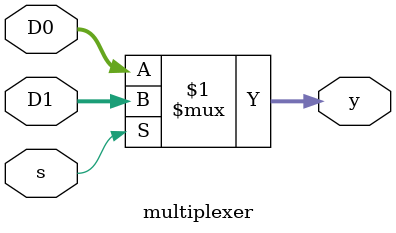
<source format=sv>
`timescale 1ns / 1ps


module multiplexer(
    input [15:0] D0,
    input [15:0] D1,
    input s,
    output [15:0] y
    );
    
    assign y = s ? D1 : D0;
    
endmodule

</source>
